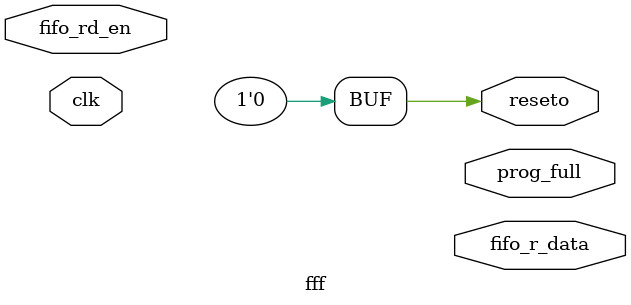
<source format=v>
`timescale 1ns / 1ps

module fff(clk,fifo_rd_en,fifo_r_data,prog_full,reseto);
 input fifo_rd_en;
 input clk;
// input key;
 output reseto;
 output [31:0] fifo_r_data;
 output prog_full;
 
 reg [3:0] count;
 reg reseto;
 
 reg fifo_wr_en;
 reg [31:0] fifo_w_data;
 
 initial 
 begin
 reseto<=0;
 fifo_w_data<=32'h00000000;
 fifo_wr_en<=1'b0;
 count<=4'd0;
 
end
always @(posedge clk )
begin
if(count<4'd10)
 count<=count+1'b1;
 else
 count<=count;
 end
//always @(posedge clk )
//begin
//if(count==4'd10)
//begin
// en<=1 ;
//  reseto<=1 ;
//  end
// else
//reseto <= 0;
//end
//end
//always @(posedge clk )
//begin
// if(rd)
//  cout<=cout+32'h00000001;
// else
//  cout<=cout+32'h00000000;
//end



//Ð´fifo
always @(negedge clk )
begin
  if (full==1'b0)             //Èç¹ûfifo²»ÂúµÄ»°
   begin
    fifo_wr_en<=1'b1;
	 fifo_w_data<=fifo_w_data+1'b1;
	end
  else
    fifo_wr_en<=1'b0;
end
	 
    



endmodule
</source>
